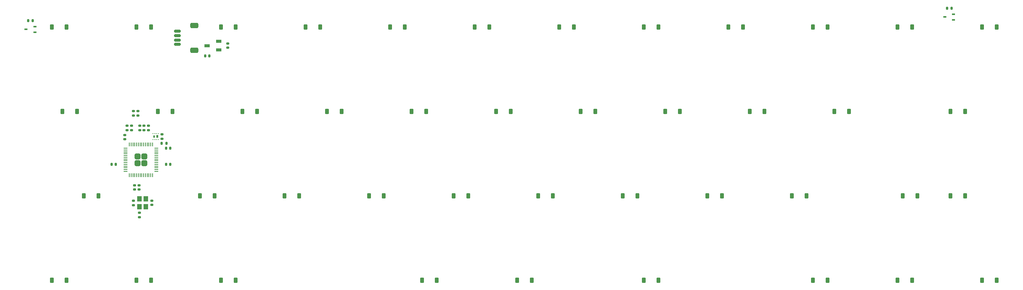
<source format=gbr>
%TF.GenerationSoftware,KiCad,Pcbnew,7.99.0-unknown-e01ef0a38d~172~ubuntu23.04.1*%
%TF.CreationDate,2023-10-19T21:10:57-04:00*%
%TF.ProjectId,Koneko40Stagger,4b6f6e65-6b6f-4343-9053-746167676572,rev?*%
%TF.SameCoordinates,Original*%
%TF.FileFunction,Paste,Bot*%
%TF.FilePolarity,Positive*%
%FSLAX46Y46*%
G04 Gerber Fmt 4.6, Leading zero omitted, Abs format (unit mm)*
G04 Created by KiCad (PCBNEW 7.99.0-unknown-e01ef0a38d~172~ubuntu23.04.1) date 2023-10-19 21:10:57*
%MOMM*%
%LPD*%
G01*
G04 APERTURE LIST*
G04 Aperture macros list*
%AMRoundRect*
0 Rectangle with rounded corners*
0 $1 Rounding radius*
0 $2 $3 $4 $5 $6 $7 $8 $9 X,Y pos of 4 corners*
0 Add a 4 corners polygon primitive as box body*
4,1,4,$2,$3,$4,$5,$6,$7,$8,$9,$2,$3,0*
0 Add four circle primitives for the rounded corners*
1,1,$1+$1,$2,$3*
1,1,$1+$1,$4,$5*
1,1,$1+$1,$6,$7*
1,1,$1+$1,$8,$9*
0 Add four rect primitives between the rounded corners*
20,1,$1+$1,$2,$3,$4,$5,0*
20,1,$1+$1,$4,$5,$6,$7,0*
20,1,$1+$1,$6,$7,$8,$9,0*
20,1,$1+$1,$8,$9,$2,$3,0*%
G04 Aperture macros list end*
%ADD10C,0.000000*%
%ADD11RoundRect,0.225000X-0.225000X-0.375000X0.225000X-0.375000X0.225000X0.375000X-0.225000X0.375000X0*%
%ADD12RoundRect,0.140000X0.170000X-0.140000X0.170000X0.140000X-0.170000X0.140000X-0.170000X-0.140000X0*%
%ADD13R,1.220000X0.650000*%
%ADD14RoundRect,0.135000X0.185000X-0.135000X0.185000X0.135000X-0.185000X0.135000X-0.185000X-0.135000X0*%
%ADD15RoundRect,0.140000X-0.170000X0.140000X-0.170000X-0.140000X0.170000X-0.140000X0.170000X0.140000X0*%
%ADD16R,0.700000X0.450000*%
%ADD17RoundRect,0.140000X0.140000X0.170000X-0.140000X0.170000X-0.140000X-0.170000X0.140000X-0.170000X0*%
%ADD18RoundRect,0.135000X0.135000X0.185000X-0.135000X0.185000X-0.135000X-0.185000X0.135000X-0.185000X0*%
%ADD19RoundRect,0.140000X-0.140000X-0.170000X0.140000X-0.170000X0.140000X0.170000X-0.140000X0.170000X0*%
%ADD20RoundRect,0.045000X0.045000X-0.055000X0.045000X0.055000X-0.045000X0.055000X-0.045000X-0.055000X0*%
%ADD21RoundRect,0.135000X-0.135000X-0.185000X0.135000X-0.185000X0.135000X0.185000X-0.135000X0.185000X0*%
%ADD22R,1.000000X1.150000*%
%ADD23RoundRect,0.249999X0.395001X0.395001X-0.395001X0.395001X-0.395001X-0.395001X0.395001X-0.395001X0*%
%ADD24RoundRect,0.050000X0.387500X0.050000X-0.387500X0.050000X-0.387500X-0.050000X0.387500X-0.050000X0*%
%ADD25RoundRect,0.050000X0.050000X0.387500X-0.050000X0.387500X-0.050000X-0.387500X0.050000X-0.387500X0*%
%ADD26RoundRect,0.150000X-0.625000X0.150000X-0.625000X-0.150000X0.625000X-0.150000X0.625000X0.150000X0*%
%ADD27RoundRect,0.250000X-0.650000X0.350000X-0.650000X-0.350000X0.650000X-0.350000X0.650000X0.350000X0*%
G04 APERTURE END LIST*
D10*
%TO.C,U1*%
G36*
X68798224Y-66604107D02*
G01*
X68448224Y-66604107D01*
X68448224Y-66075088D01*
X68798224Y-66075088D01*
X68798224Y-66604107D01*
G37*
G36*
X69548224Y-66604097D02*
G01*
X69198224Y-66604097D01*
X69198223Y-66053707D01*
X69548224Y-66053707D01*
X69548224Y-66604097D01*
G37*
%TD*%
D11*
%TO.C,D37*%
X83757500Y-98821875D03*
X87057500Y-98821875D03*
%TD*%
D12*
%TO.C,C6*%
X62591875Y-64874375D03*
X62591875Y-63914375D03*
%TD*%
D13*
%TO.C,U3*%
X83237700Y-44874775D03*
X83237700Y-46774775D03*
X80617700Y-45824775D03*
%TD*%
D12*
%TO.C,C10*%
X63601875Y-64884375D03*
X63601875Y-63924375D03*
%TD*%
D11*
%TO.C,D27*%
X117095000Y-79771875D03*
X120395000Y-79771875D03*
%TD*%
D14*
%TO.C,R4*%
X64001875Y-81814375D03*
X64001875Y-80794375D03*
%TD*%
D11*
%TO.C,D13*%
X48038750Y-60721875D03*
X51338750Y-60721875D03*
%TD*%
%TO.C,D10*%
X217107500Y-41671875D03*
X220407500Y-41671875D03*
%TD*%
%TO.C,D22*%
X221870000Y-60721875D03*
X225170000Y-60721875D03*
%TD*%
D14*
%TO.C,R1*%
X65001875Y-61614375D03*
X65001875Y-60594375D03*
%TD*%
D11*
%TO.C,D30*%
X174245000Y-79771875D03*
X177545000Y-79771875D03*
%TD*%
D15*
%TO.C,C13*%
X68171875Y-80824375D03*
X68171875Y-81784375D03*
%TD*%
D11*
%TO.C,D18*%
X145670000Y-60721875D03*
X148970000Y-60721875D03*
%TD*%
D12*
%TO.C,C1*%
X65401875Y-64884375D03*
X65401875Y-63924375D03*
%TD*%
D16*
%TO.C,Q3*%
X41782500Y-41504375D03*
X41782500Y-42804375D03*
X39782500Y-42154375D03*
%TD*%
D17*
%TO.C,C8*%
X60060000Y-72614375D03*
X59100000Y-72614375D03*
%TD*%
D15*
%TO.C,C9*%
X64251875Y-77324375D03*
X64251875Y-78284375D03*
%TD*%
D14*
%TO.C,R2*%
X64001875Y-61614375D03*
X64001875Y-60594375D03*
%TD*%
D11*
%TO.C,D2*%
X64707500Y-41671875D03*
X68007500Y-41671875D03*
%TD*%
%TO.C,D19*%
X164720000Y-60721875D03*
X168020000Y-60721875D03*
%TD*%
D18*
%TO.C,R5*%
X41292500Y-40154375D03*
X40272500Y-40154375D03*
%TD*%
D11*
%TO.C,D32*%
X212345000Y-79771875D03*
X215645000Y-79771875D03*
%TD*%
%TO.C,D8*%
X179007500Y-41671875D03*
X182307500Y-41671875D03*
%TD*%
%TO.C,D42*%
X236157500Y-98821875D03*
X239457500Y-98821875D03*
%TD*%
%TO.C,D31*%
X193295000Y-79771875D03*
X196595000Y-79771875D03*
%TD*%
D12*
%TO.C,C16*%
X85212500Y-46314375D03*
X85212500Y-45354375D03*
%TD*%
D11*
%TO.C,D41*%
X179007500Y-98821875D03*
X182307500Y-98821875D03*
%TD*%
%TO.C,D25*%
X78995000Y-79771875D03*
X82295000Y-79771875D03*
%TD*%
%TO.C,D23*%
X248063750Y-60721875D03*
X251363750Y-60721875D03*
%TD*%
%TO.C,D40*%
X150432500Y-98821875D03*
X153732500Y-98821875D03*
%TD*%
%TO.C,D14*%
X69470000Y-60721875D03*
X72770000Y-60721875D03*
%TD*%
D15*
%TO.C,C12*%
X70421875Y-65874107D03*
X70421875Y-66834107D03*
%TD*%
D11*
%TO.C,D44*%
X255207500Y-98821875D03*
X258507500Y-98821875D03*
%TD*%
%TO.C,D34*%
X248063750Y-79771875D03*
X251363750Y-79771875D03*
%TD*%
%TO.C,D39*%
X217107500Y-98821875D03*
X220407500Y-98821875D03*
%TD*%
D19*
%TO.C,C5*%
X71331875Y-69004375D03*
X72291875Y-69004375D03*
%TD*%
D20*
%TO.C,U1*%
X69598224Y-67004106D03*
X69198224Y-67004107D03*
X68798224Y-67004107D03*
X68398224Y-67004106D03*
X68398224Y-65704108D03*
X68798224Y-65704107D03*
X69198224Y-65704107D03*
X69598224Y-65704108D03*
%TD*%
D15*
%TO.C,C3*%
X65251875Y-77324375D03*
X65251875Y-78284375D03*
%TD*%
D11*
%TO.C,D16*%
X107570000Y-60721875D03*
X110870000Y-60721875D03*
%TD*%
%TO.C,D7*%
X159957500Y-41671875D03*
X163257500Y-41671875D03*
%TD*%
D21*
%TO.C,R3*%
X70391875Y-67874375D03*
X71411875Y-67874375D03*
%TD*%
D11*
%TO.C,D3*%
X83757500Y-41671875D03*
X87057500Y-41671875D03*
%TD*%
%TO.C,D11*%
X236157500Y-41671875D03*
X239457500Y-41671875D03*
%TD*%
%TO.C,D29*%
X155195000Y-79771875D03*
X158495000Y-79771875D03*
%TD*%
D22*
%TO.C,Y1*%
X66791875Y-80429375D03*
X66791875Y-82179375D03*
X65391875Y-82179375D03*
X65391875Y-80429375D03*
%TD*%
D11*
%TO.C,D1*%
X45657500Y-41671875D03*
X48957500Y-41671875D03*
%TD*%
%TO.C,D38*%
X129001250Y-98821875D03*
X132301250Y-98821875D03*
%TD*%
%TO.C,D21*%
X202820000Y-60721875D03*
X206120000Y-60721875D03*
%TD*%
%TO.C,D24*%
X52801250Y-79771875D03*
X56101250Y-79771875D03*
%TD*%
%TO.C,D35*%
X45657500Y-98821875D03*
X48957500Y-98821875D03*
%TD*%
D19*
%TO.C,C15*%
X80172500Y-48124375D03*
X81132500Y-48124375D03*
%TD*%
D12*
%TO.C,C7*%
X62021875Y-66974375D03*
X62021875Y-66014375D03*
%TD*%
D18*
%TO.C,R6*%
X248292500Y-37384375D03*
X247272500Y-37384375D03*
%TD*%
D11*
%TO.C,D15*%
X88520000Y-60721875D03*
X91820000Y-60721875D03*
%TD*%
D16*
%TO.C,Q2*%
X248782500Y-38734375D03*
X248782500Y-40034375D03*
X246782500Y-39384375D03*
%TD*%
D11*
%TO.C,D20*%
X183770000Y-60721875D03*
X187070000Y-60721875D03*
%TD*%
D12*
%TO.C,C11*%
X67401875Y-64884375D03*
X67401875Y-63924375D03*
%TD*%
D11*
%TO.C,D5*%
X121857500Y-41671875D03*
X125157500Y-41671875D03*
%TD*%
D12*
%TO.C,C2*%
X66401875Y-64884375D03*
X66401875Y-63924375D03*
%TD*%
D15*
%TO.C,C14*%
X65391875Y-83554375D03*
X65391875Y-84514375D03*
%TD*%
D11*
%TO.C,D17*%
X126620000Y-60721875D03*
X129920000Y-60721875D03*
%TD*%
%TO.C,D36*%
X64707500Y-98821875D03*
X68007500Y-98821875D03*
%TD*%
%TO.C,D33*%
X237348125Y-79771875D03*
X240648125Y-79771875D03*
%TD*%
%TO.C,D9*%
X198057500Y-41671875D03*
X201357500Y-41671875D03*
%TD*%
D23*
%TO.C,U2*%
X66492500Y-72404375D03*
X66492500Y-70804375D03*
X64892500Y-72404375D03*
X64892500Y-70804375D03*
D24*
X69130000Y-69004375D03*
X69130000Y-69404376D03*
X69130000Y-69804375D03*
X69130000Y-70204375D03*
X69130000Y-70604375D03*
X69130000Y-71004374D03*
X69130000Y-71404375D03*
X69130000Y-71804375D03*
X69130000Y-72204376D03*
X69130000Y-72604375D03*
X69130000Y-73004375D03*
X69130000Y-73404375D03*
X69130000Y-73804374D03*
X69130000Y-74204375D03*
D25*
X68292500Y-75041875D03*
X67892499Y-75041875D03*
X67492500Y-75041875D03*
X67092500Y-75041875D03*
X66692500Y-75041875D03*
X66292501Y-75041875D03*
X65892500Y-75041875D03*
X65492500Y-75041875D03*
X65092499Y-75041875D03*
X64692500Y-75041875D03*
X64292500Y-75041875D03*
X63892500Y-75041875D03*
X63492501Y-75041875D03*
X63092500Y-75041875D03*
D24*
X62255000Y-74204375D03*
X62255000Y-73804374D03*
X62255000Y-73404375D03*
X62255000Y-73004375D03*
X62255000Y-72604375D03*
X62255000Y-72204376D03*
X62255000Y-71804375D03*
X62255000Y-71404375D03*
X62255000Y-71004374D03*
X62255000Y-70604375D03*
X62255000Y-70204375D03*
X62255000Y-69804375D03*
X62255000Y-69404376D03*
X62255000Y-69004375D03*
D25*
X63092500Y-68166875D03*
X63492501Y-68166875D03*
X63892500Y-68166875D03*
X64292500Y-68166875D03*
X64692500Y-68166875D03*
X65092499Y-68166875D03*
X65492500Y-68166875D03*
X65892500Y-68166875D03*
X66292501Y-68166875D03*
X66692500Y-68166875D03*
X67092500Y-68166875D03*
X67492500Y-68166875D03*
X67892499Y-68166875D03*
X68292500Y-68166875D03*
%TD*%
D11*
%TO.C,D12*%
X255207500Y-41671875D03*
X258507500Y-41671875D03*
%TD*%
%TO.C,D26*%
X98045000Y-79771875D03*
X101345000Y-79771875D03*
%TD*%
%TO.C,D4*%
X102807500Y-41671875D03*
X106107500Y-41671875D03*
%TD*%
D26*
%TO.C,J1*%
X73882500Y-42553125D03*
X73882500Y-43553125D03*
X73882500Y-44553125D03*
X73882500Y-45553125D03*
D27*
X77757500Y-41253125D03*
X77757500Y-46853125D03*
%TD*%
D19*
%TO.C,C4*%
X71331875Y-72594375D03*
X72291875Y-72594375D03*
%TD*%
D11*
%TO.C,D28*%
X136145000Y-79771875D03*
X139445000Y-79771875D03*
%TD*%
%TO.C,D6*%
X140907500Y-41671875D03*
X144207500Y-41671875D03*
%TD*%
M02*

</source>
